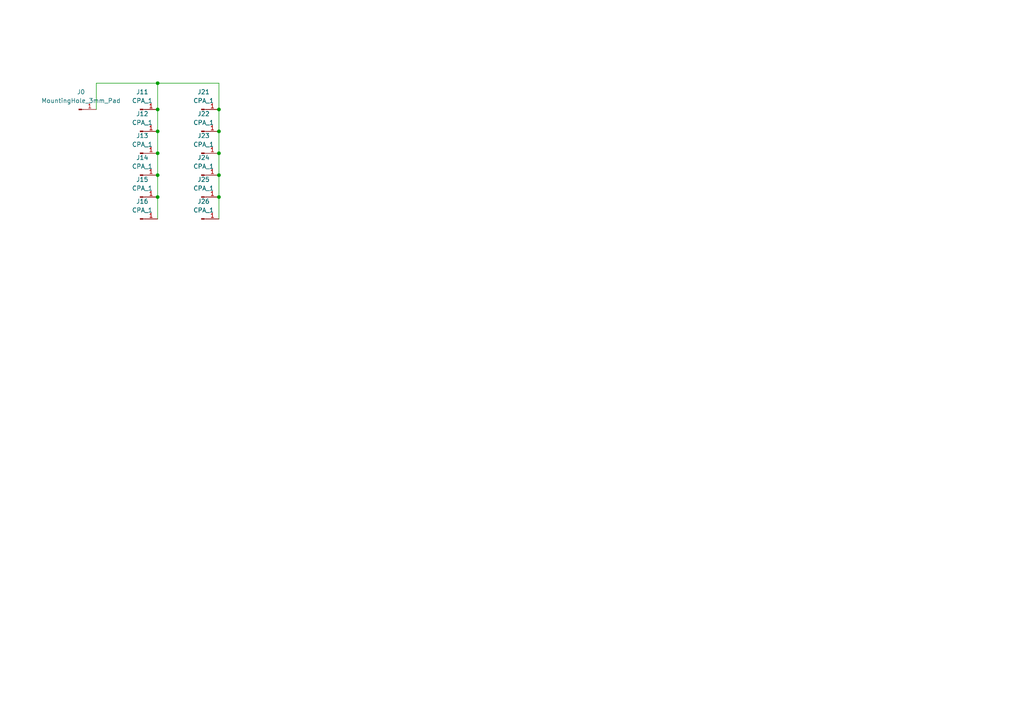
<source format=kicad_sch>
(kicad_sch (version 20211123) (generator eeschema)
  (paper "A4")
  (lib_symbols
    (symbol "Connector:Conn_01x01_Male" (pin_names (offset 1.016) hide)
      (property "Reference" "J" (at 0 2.54 0))
      (property "Value" "Conn_01x01_Male" (at 0 -2.54 0))
      (symbol "Conn_01x01_Male_1_1"
        (polyline (pts (xy 1.27 0) (xy 0.8636 0)) (stroke (width 0.1524)))
        (rectangle (start 0.8636 0.127) (end 0 -0.127) (stroke (width 0.1524)) (fill (type outline)))
        (pin passive line (at 5.08 0 180) (length 3.81) (name "Pin_1") (number "1"))
      )
    )
  )
  (junction (at 63.5 57.15))
  (junction (at 45.72 57.15))
  (junction (at 63.5 50.8))
  (junction (at 45.72 50.8))
  (junction (at 63.5 38.1))
  (junction (at 63.5 31.75))
  (junction (at 45.72 44.45))
  (junction (at 63.5 44.45))
  (junction (at 45.72 31.75))
  (junction (at 45.72 24.13))
  (junction (at 45.72 38.1))
  (wire (pts (xy 27.94 24.13) (xy 45.72 24.13)))
  (wire (pts (xy 45.72 31.75) (xy 45.72 38.1)))
  (wire (pts (xy 63.5 57.15) (xy 63.5 63.5)))
  (wire (pts (xy 63.5 44.45) (xy 63.5 50.8)))
  (wire (pts (xy 63.5 50.8) (xy 63.5 57.15)))
  (wire (pts (xy 45.72 24.13) (xy 63.5 24.13)))
  (wire (pts (xy 45.72 44.45) (xy 45.72 50.8)))
  (wire (pts (xy 63.5 38.1) (xy 63.5 44.45)))
  (wire (pts (xy 63.5 24.13) (xy 63.5 31.75)))
  (wire (pts (xy 27.94 31.75) (xy 27.94 24.13)))
  (wire (pts (xy 45.72 38.1) (xy 45.72 44.45)))
  (wire (pts (xy 63.5 31.75) (xy 63.5 38.1)))
  (wire (pts (xy 45.72 57.15) (xy 45.72 63.5)))
  (wire (pts (xy 45.72 50.8) (xy 45.72 57.15)))
  (wire (pts (xy 45.72 24.13) (xy 45.72 31.75)))
  (symbol (lib_id "Connector:Conn_01x01_Male") (at 40.64 31.75 0) (unit 1)
    (property "Reference" "J11" (at 41.275 26.67 0))
    (property "Value" "CPA_1" (at 41.275 29.21 0))
    (property "Footprint" "1024_dry_electrodes:CPA_1" (effects hide))
  )
  (symbol (lib_id "Connector:Conn_01x01_Male") (at 58.42 38.1 0) (unit 1)
    (property "Reference" "J22" (at 59.055 33.02 0))
    (property "Value" "CPA_1" (at 59.055 35.56 0))
    (property "Footprint" "1024_dry_electrodes:CPA_1" (effects hide))
  )
  (symbol (lib_id "Connector:Conn_01x01_Male") (at 58.42 50.8 0) (unit 1)
    (property "Reference" "J24" (at 59.055 45.72 0))
    (property "Value" "CPA_1" (at 59.055 48.26 0))
    (property "Footprint" "1024_dry_electrodes:CPA_1" (effects hide))
  )
  (symbol (lib_id "Connector:Conn_01x01_Male") (at 40.64 50.8 0) (unit 1)
    (property "Reference" "J14" (at 41.275 45.72 0))
    (property "Value" "CPA_1" (at 41.275 48.26 0))
    (property "Footprint" "1024_dry_electrodes:CPA_1" (effects hide))
  )
  (symbol (lib_id "Connector:Conn_01x01_Male") (at 58.42 44.45 0) (unit 1)
    (property "Reference" "J23" (at 59.055 39.37 0))
    (property "Value" "CPA_1" (at 59.055 41.91 0))
    (property "Footprint" "1024_dry_electrodes:CPA_1" (effects hide))
  )
  (symbol (lib_id "Connector:Conn_01x01_Male") (at 40.64 57.15 0) (unit 1)
    (property "Reference" "J15" (at 41.275 52.07 0))
    (property "Value" "CPA_1" (at 41.275 54.61 0))
    (property "Footprint" "1024_dry_electrodes:CPA_1" (effects hide))
  )
  (symbol (lib_id "Connector:Conn_01x01_Male") (at 40.64 44.45 0) (unit 1)
    (property "Reference" "J13" (at 41.275 39.37 0))
    (property "Value" "CPA_1" (at 41.275 41.91 0))
    (property "Footprint" "1024_dry_electrodes:CPA_1" (effects hide))
  )
  (symbol (lib_id "Connector:Conn_01x01_Male") (at 58.42 31.75 0) (unit 1)
    (property "Reference" "J21" (at 59.055 26.67 0))
    (property "Value" "CPA_1" (at 59.055 29.21 0))
    (property "Footprint" "1024_dry_electrodes:CPA_1" (effects hide))
  )
  (symbol (lib_id "Connector:Conn_01x01_Male") (at 58.42 57.15 0) (unit 1)
    (property "Reference" "J25" (at 59.055 52.07 0))
    (property "Value" "CPA_1" (at 59.055 54.61 0))
    (property "Footprint" "1024_dry_electrodes:CPA_1" (effects hide))
  )
  (symbol (lib_id "Connector:Conn_01x01_Male") (at 40.64 63.5 0) (unit 1)
    (property "Reference" "J16" (at 41.275 58.42 0))
    (property "Value" "CPA_1" (at 41.275 60.96 0))
    (property "Footprint" "1024_dry_electrodes:CPA_1" (effects hide))
  )
  (symbol (lib_id "Connector:Conn_01x01_Male") (at 22.86 31.75 0) (unit 1)
    (property "Reference" "J0" (at 23.495 26.67 0))
    (property "Value" "MountingHole_3mm_Pad" (at 23.495 29.21 0))
    (property "Footprint" "MountingHole:MountingHole_3mm_Pad" (effects hide))
  )
  (symbol (lib_id "Connector:Conn_01x01_Male") (at 40.64 38.1 0) (unit 1)
    (property "Reference" "J12" (at 41.275 33.02 0))
    (property "Value" "CPA_1" (at 41.275 35.56 0))
    (property "Footprint" "1024_dry_electrodes:CPA_1" (effects hide))
  )
  (symbol (lib_id "Connector:Conn_01x01_Male") (at 58.42 63.5 0) (unit 1)
    (property "Reference" "J26" (at 59.055 58.42 0))
    (property "Value" "CPA_1" (at 59.055 60.96 0))
    (property "Footprint" "1024_dry_electrodes:CPA_1" (effects hide))
  )
)
</source>
